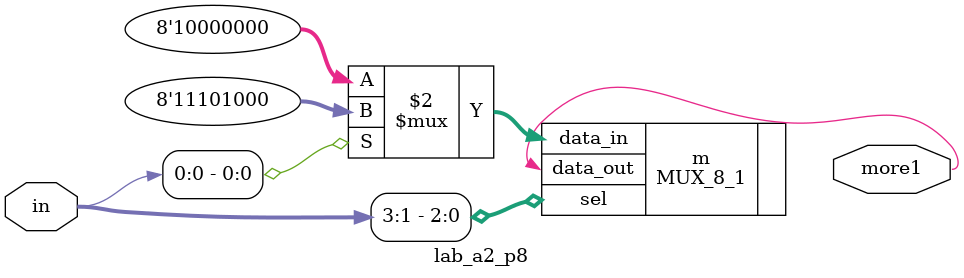
<source format=v>
`timescale 1ns / 1ps


module lab_a2_p8(
input [3:0] in,
output more1
    );
    MUX_8_1 m(.sel(in[3:1]), .data_in((in[0] == 0) ? 8'b10000000 : 8'b11101000), .data_out(more1));
endmodule

</source>
